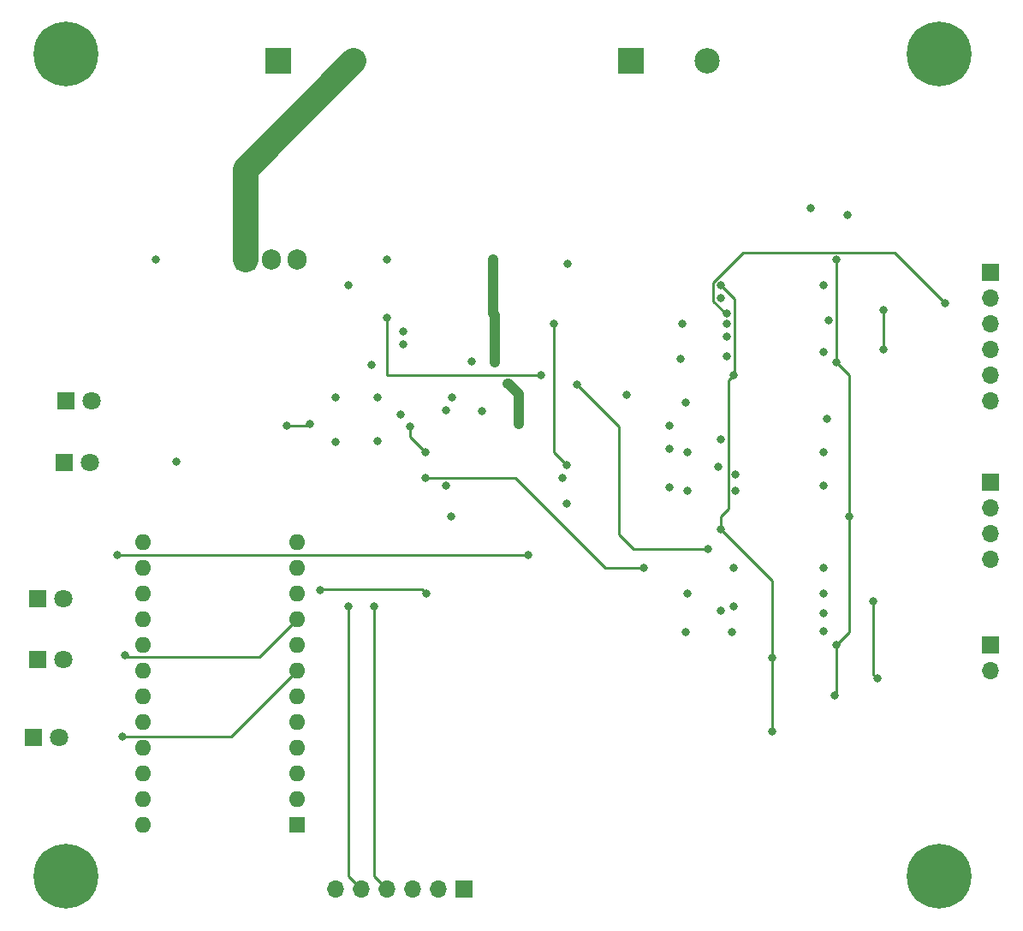
<source format=gbr>
%TF.GenerationSoftware,KiCad,Pcbnew,7.0.9-7.0.9~ubuntu22.04.1*%
%TF.CreationDate,2023-12-14T14:13:46-05:00*%
%TF.ProjectId,monitor_board,6d6f6e69-746f-4725-9f62-6f6172642e6b,rev?*%
%TF.SameCoordinates,Original*%
%TF.FileFunction,Copper,L4,Bot*%
%TF.FilePolarity,Positive*%
%FSLAX46Y46*%
G04 Gerber Fmt 4.6, Leading zero omitted, Abs format (unit mm)*
G04 Created by KiCad (PCBNEW 7.0.9-7.0.9~ubuntu22.04.1) date 2023-12-14 14:13:46*
%MOMM*%
%LPD*%
G01*
G04 APERTURE LIST*
%TA.AperFunction,ComponentPad*%
%ADD10R,1.800000X1.800000*%
%TD*%
%TA.AperFunction,ComponentPad*%
%ADD11C,1.800000*%
%TD*%
%TA.AperFunction,ComponentPad*%
%ADD12C,6.400000*%
%TD*%
%TA.AperFunction,ComponentPad*%
%ADD13R,1.700000X1.700000*%
%TD*%
%TA.AperFunction,ComponentPad*%
%ADD14O,1.700000X1.700000*%
%TD*%
%TA.AperFunction,ComponentPad*%
%ADD15R,1.905000X2.000000*%
%TD*%
%TA.AperFunction,ComponentPad*%
%ADD16O,1.905000X2.000000*%
%TD*%
%TA.AperFunction,ComponentPad*%
%ADD17R,2.500000X2.500000*%
%TD*%
%TA.AperFunction,ComponentPad*%
%ADD18C,2.500000*%
%TD*%
%TA.AperFunction,ComponentPad*%
%ADD19R,1.600000X1.600000*%
%TD*%
%TA.AperFunction,ComponentPad*%
%ADD20O,1.600000X1.600000*%
%TD*%
%TA.AperFunction,ViaPad*%
%ADD21C,0.800000*%
%TD*%
%TA.AperFunction,Conductor*%
%ADD22C,0.250000*%
%TD*%
%TA.AperFunction,Conductor*%
%ADD23C,1.016000*%
%TD*%
%TA.AperFunction,Conductor*%
%ADD24C,2.540000*%
%TD*%
G04 APERTURE END LIST*
D10*
%TO.P,LED3,1,K*%
%TO.N,GND*%
X37841000Y-92837000D03*
D11*
%TO.P,LED3,2,A*%
%TO.N,Net-(LED3-A)*%
X40381000Y-92837000D03*
%TD*%
D10*
%TO.P,5V1,1,K*%
%TO.N,GND*%
X40513000Y-73406000D03*
D11*
%TO.P,5V1,2,A*%
%TO.N,Net-(5V1-A)*%
X43053000Y-73406000D03*
%TD*%
D12*
%TO.P,H8,1,1*%
%TO.N,unconnected-(H8-Pad1)*%
X127000000Y-114300000D03*
%TD*%
D10*
%TO.P,LED2,1,K*%
%TO.N,GND*%
X37460000Y-100584000D03*
D11*
%TO.P,LED2,2,A*%
%TO.N,Net-(LED2-A)*%
X40000000Y-100584000D03*
%TD*%
D13*
%TO.P,J6,1,Pin_1*%
%TO.N,GND*%
X80010000Y-115570000D03*
D14*
%TO.P,J6,2,Pin_2*%
%TO.N,unconnected-(J6-Pin_2-Pad2)*%
X77470000Y-115570000D03*
%TO.P,J6,3,Pin_3*%
%TO.N,unconnected-(J6-Pin_3-Pad3)*%
X74930000Y-115570000D03*
%TO.P,J6,4,Pin_4*%
%TO.N,/RX*%
X72390000Y-115570000D03*
%TO.P,J6,5,Pin_5*%
%TO.N,/TX*%
X69850000Y-115570000D03*
%TO.P,J6,6,Pin_6*%
%TO.N,unconnected-(J6-Pin_6-Pad6)*%
X67310000Y-115570000D03*
%TD*%
D10*
%TO.P,LED1,1,K*%
%TO.N,GND*%
X37846000Y-86868000D03*
D11*
%TO.P,LED1,2,A*%
%TO.N,Net-(LED1-A)*%
X40386000Y-86868000D03*
%TD*%
D12*
%TO.P,H6,1,1*%
%TO.N,unconnected-(H6-Pad1)*%
X127000000Y-33020000D03*
%TD*%
D10*
%TO.P,12V1,1,K*%
%TO.N,GND*%
X40640000Y-67310000D03*
D11*
%TO.P,12V1,2,A*%
%TO.N,Net-(12V1-A)*%
X43180000Y-67310000D03*
%TD*%
D13*
%TO.P,J1,1,Pin_1*%
%TO.N,/ADC6*%
X132080000Y-75311000D03*
D14*
%TO.P,J1,2,Pin_2*%
%TO.N,/ADC7*%
X132080000Y-77851000D03*
%TO.P,J1,3,Pin_3*%
%TO.N,/ADC8*%
X132080000Y-80391000D03*
%TO.P,J1,4,Pin_4*%
%TO.N,GND*%
X132080000Y-82931000D03*
%TD*%
D15*
%TO.P,U3,1,VI*%
%TO.N,+12V*%
X58420000Y-53340000D03*
D16*
%TO.P,U3,2,GND*%
%TO.N,GND*%
X60960000Y-53340000D03*
%TO.P,U3,3,VO*%
%TO.N,+5V*%
X63500000Y-53340000D03*
%TD*%
D17*
%TO.P,J2,1,Pin_1*%
%TO.N,GND*%
X96580000Y-33655000D03*
D18*
%TO.P,J2,2,Pin_2*%
%TO.N,Net-(J2-Pin_2)*%
X104080000Y-33655000D03*
%TD*%
D13*
%TO.P,J5,1,Pin_1*%
%TO.N,GND*%
X132080000Y-91440000D03*
D14*
%TO.P,J5,2,Pin_2*%
%TO.N,/ADC10*%
X132080000Y-93980000D03*
%TD*%
D19*
%TO.P,A1,1,D1/TX*%
%TO.N,unconnected-(A1-D1{slash}TX-Pad1)*%
X63505000Y-109225000D03*
D20*
%TO.P,A1,2,D0/RX*%
%TO.N,unconnected-(A1-D0{slash}RX-Pad2)*%
X63505000Y-106685000D03*
%TO.P,A1,3,GND*%
%TO.N,unconnected-(A1-GND-Pad3)*%
X63505000Y-104145000D03*
%TO.P,A1,4,GND*%
%TO.N,GND*%
X63505000Y-101605000D03*
%TO.P,A1,5,D2*%
%TO.N,/SDA{slash}D2*%
X63505000Y-99065000D03*
%TO.P,A1,6,D3*%
%TO.N,/SCL{slash}D3*%
X63505000Y-96525000D03*
%TO.P,A1,7,D4*%
%TO.N,Net-(A1-D4)*%
X63505000Y-93985000D03*
%TO.P,A1,8,D5*%
%TO.N,/CH_A*%
X63505000Y-91445000D03*
%TO.P,A1,9,D6*%
%TO.N,Net-(A1-D6)*%
X63505000Y-88905000D03*
%TO.P,A1,10,D7*%
%TO.N,Net-(A1-D7)*%
X63505000Y-86365000D03*
%TO.P,A1,11,D8*%
%TO.N,/TX*%
X63505000Y-83825000D03*
%TO.P,A1,12,D9*%
%TO.N,/RX*%
X63505000Y-81285000D03*
%TO.P,A1,13,D10*%
%TO.N,unconnected-(A1-D10-Pad13)*%
X48265000Y-81285000D03*
%TO.P,A1,14,D16*%
%TO.N,/IN_ADR*%
X48265000Y-83825000D03*
%TO.P,A1,15,D14*%
%TO.N,Net-(A1-D14)*%
X48265000Y-86365000D03*
%TO.P,A1,16,D15*%
%TO.N,unconnected-(A1-D15-Pad16)*%
X48265000Y-88905000D03*
%TO.P,A1,17,A0*%
%TO.N,unconnected-(A1-A0-Pad17)*%
X48265000Y-91445000D03*
%TO.P,A1,18,A1*%
%TO.N,unconnected-(A1-A1-Pad18)*%
X48265000Y-93985000D03*
%TO.P,A1,19,A2*%
%TO.N,unconnected-(A1-A2-Pad19)*%
X48265000Y-96525000D03*
%TO.P,A1,20,A3*%
%TO.N,unconnected-(A1-A3-Pad20)*%
X48265000Y-99065000D03*
%TO.P,A1,21,+5V*%
%TO.N,+5V*%
X48265000Y-101605000D03*
%TO.P,A1,22,~{RESET}*%
%TO.N,unconnected-(A1-~{RESET}-Pad22)*%
X48265000Y-104145000D03*
%TO.P,A1,23,GND*%
%TO.N,GND*%
X48265000Y-106685000D03*
%TO.P,A1,24*%
%TO.N,N/C*%
X48265000Y-109225000D03*
%TD*%
D17*
%TO.P,J4,1,Pin_1*%
%TO.N,GND*%
X61655000Y-33655000D03*
D18*
%TO.P,J4,2,Pin_2*%
%TO.N,+12V*%
X69155000Y-33655000D03*
%TD*%
D12*
%TO.P,H5,1,1*%
%TO.N,unconnected-(H5-Pad1)*%
X40640000Y-33020000D03*
%TD*%
%TO.P,H7,1,1*%
%TO.N,unconnected-(H7-Pad1)*%
X40640000Y-114300000D03*
%TD*%
D13*
%TO.P,J3,1,Pin_1*%
%TO.N,/ADC0*%
X132080000Y-54610000D03*
D14*
%TO.P,J3,2,Pin_2*%
%TO.N,/ADC1*%
X132080000Y-57150000D03*
%TO.P,J3,3,Pin_3*%
%TO.N,/ADC2*%
X132080000Y-59690000D03*
%TO.P,J3,4,Pin_4*%
%TO.N,/ADC3*%
X132080000Y-62230000D03*
%TO.P,J3,5,Pin_5*%
%TO.N,/ADC4*%
X132080000Y-64770000D03*
%TO.P,J3,6,Pin_6*%
%TO.N,/ADC5*%
X132080000Y-67310000D03*
%TD*%
D21*
%TO.N,/SDA{slash}D2*%
X110490000Y-99949000D03*
%TO.N,/ADC10*%
X120523000Y-87085000D03*
X120904000Y-94742000D03*
%TO.N,/SCL{slash}D3*%
X116713000Y-96393000D03*
%TO.N,GND*%
X78232000Y-68199000D03*
X101981000Y-90170000D03*
X102108000Y-76200000D03*
X101600000Y-59690000D03*
X100330000Y-75819000D03*
X115570000Y-90043000D03*
X89789000Y-74930000D03*
X115570000Y-86360000D03*
X106045500Y-60960000D03*
X116115500Y-59309000D03*
X72390000Y-53340000D03*
X90297000Y-53721000D03*
X90170000Y-77470000D03*
X71501000Y-71247000D03*
X105410000Y-71120000D03*
X115570000Y-55880000D03*
X100330000Y-72009000D03*
X115570000Y-72390000D03*
X78232000Y-75654500D03*
X106680000Y-83820000D03*
X101473000Y-63119000D03*
X81847201Y-68258201D03*
X67310000Y-66929000D03*
X106896500Y-74549000D03*
X67310000Y-71374000D03*
X115570000Y-62484000D03*
X105410000Y-57150000D03*
X101981000Y-67437000D03*
X115570000Y-83820000D03*
X115951000Y-69088000D03*
X106680000Y-87630000D03*
X102108000Y-72390000D03*
X102108000Y-86360000D03*
X80772000Y-63373000D03*
X115570000Y-75692000D03*
X74041000Y-61722000D03*
X49530000Y-53340000D03*
%TO.N,/SDA{slash}D2*%
X106680000Y-64770000D03*
X64792945Y-69558094D03*
X105410000Y-80010000D03*
X110490000Y-92710000D03*
X105410000Y-55880000D03*
X62484000Y-69723000D03*
%TO.N,/SCL{slash}D3*%
X118110000Y-78740000D03*
X116840000Y-53340000D03*
X116840000Y-91440000D03*
X116840000Y-63500000D03*
%TO.N,Net-(A1-D4)*%
X46228000Y-100457000D03*
%TO.N,Net-(A1-D6)*%
X46482000Y-92456000D03*
%TO.N,Net-(A1-D7)*%
X65786000Y-85979000D03*
X76327000Y-86360000D03*
%TO.N,/TX*%
X68580000Y-87630000D03*
%TO.N,/RX*%
X71120000Y-87630000D03*
%TO.N,/IN_ADR*%
X45720000Y-82550000D03*
X86360000Y-82550000D03*
%TO.N,+5V*%
X106896500Y-76200000D03*
X78867000Y-66929000D03*
X74041000Y-60452000D03*
X96139000Y-66675000D03*
X73758180Y-68647500D03*
X106045000Y-59690000D03*
X105156000Y-73787000D03*
X78740000Y-78740000D03*
X106045000Y-62865000D03*
X117983000Y-48895000D03*
X105410000Y-88011000D03*
X71501000Y-66928998D03*
X114300000Y-48260000D03*
X106553000Y-90170000D03*
X51562000Y-73279000D03*
X100330000Y-69723000D03*
X70866000Y-63754000D03*
X68580000Y-55880000D03*
X115570000Y-88265000D03*
%TO.N,+12V*%
X84328000Y-65494500D03*
X83058000Y-58801000D03*
X82931000Y-53340000D03*
X85471000Y-69596000D03*
X83058000Y-63500000D03*
%TO.N,/ADC1*%
X127635000Y-57658000D03*
X106045500Y-58674000D03*
%TO.N,/ADC3*%
X121539000Y-62230000D03*
X121539000Y-58293000D03*
%TO.N,Net-(Q1-G)*%
X88900000Y-59690000D03*
X90170000Y-73660000D03*
%TO.N,Net-(U4--)*%
X76200000Y-72390000D03*
X74676000Y-69850000D03*
%TO.N,/ADC9*%
X76200000Y-74930000D03*
X97790000Y-83820000D03*
%TO.N,/ADC11*%
X87630000Y-64770000D03*
X104140000Y-81915000D03*
X91186000Y-65659000D03*
X72390000Y-59055000D03*
%TD*%
D22*
%TO.N,/SDA{slash}D2*%
X110490000Y-99949000D02*
X110490000Y-92710000D01*
%TO.N,/ADC10*%
X120904000Y-94742000D02*
X120523000Y-94361000D01*
X120523000Y-94361000D02*
X120523000Y-87085000D01*
%TO.N,/SCL{slash}D3*%
X116713000Y-96393000D02*
X116840000Y-96266000D01*
X116840000Y-96266000D02*
X116840000Y-91440000D01*
%TO.N,/SDA{slash}D2*%
X110490000Y-85090000D02*
X110490000Y-92710000D01*
X64628039Y-69723000D02*
X64792945Y-69558094D01*
X62484000Y-69723000D02*
X64628039Y-69723000D01*
X105410000Y-80010000D02*
X110490000Y-85090000D01*
X106770000Y-64680000D02*
X106680000Y-64770000D01*
X105410000Y-55880000D02*
X106770000Y-57240000D01*
X106770000Y-57240000D02*
X106770000Y-64680000D01*
X106172000Y-65278000D02*
X106172000Y-77978000D01*
X105410000Y-78740000D02*
X105410000Y-80010000D01*
X106172000Y-77978000D02*
X105410000Y-78740000D01*
X106680000Y-64770000D02*
X106172000Y-65278000D01*
%TO.N,/SCL{slash}D3*%
X118110000Y-78740000D02*
X118110000Y-90170000D01*
X118110000Y-64770000D02*
X118110000Y-78740000D01*
X118110000Y-90170000D02*
X116840000Y-91440000D01*
X116840000Y-63500000D02*
X118110000Y-64770000D01*
X116840000Y-53340000D02*
X116840000Y-63500000D01*
%TO.N,Net-(A1-D4)*%
X62090000Y-95400000D02*
X57033000Y-100457000D01*
X57033000Y-100457000D02*
X46228000Y-100457000D01*
X63505000Y-93985000D02*
X62090000Y-95400000D01*
%TO.N,Net-(A1-D6)*%
X46596000Y-92570000D02*
X46482000Y-92456000D01*
X59840000Y-92570000D02*
X46596000Y-92570000D01*
X63505000Y-88905000D02*
X59840000Y-92570000D01*
%TO.N,Net-(A1-D7)*%
X76327000Y-86360000D02*
X75877000Y-85910000D01*
X65855000Y-85910000D02*
X65786000Y-85979000D01*
X75877000Y-85910000D02*
X65855000Y-85910000D01*
%TO.N,/TX*%
X68580000Y-114300000D02*
X69850000Y-115570000D01*
X68580000Y-87630000D02*
X68580000Y-114300000D01*
%TO.N,/RX*%
X71120000Y-114300000D02*
X72390000Y-115570000D01*
X71120000Y-87630000D02*
X71120000Y-114300000D01*
%TO.N,/IN_ADR*%
X86360000Y-82550000D02*
X45720000Y-82550000D01*
D23*
%TO.N,+12V*%
X85471000Y-66637500D02*
X84436500Y-65603000D01*
X85471000Y-69596000D02*
X85471000Y-66637500D01*
D24*
X58420000Y-44390000D02*
X58420000Y-53340000D01*
D23*
X82931000Y-58674000D02*
X83058000Y-58801000D01*
X82931000Y-53340000D02*
X82931000Y-58674000D01*
X83058000Y-58801000D02*
X83058000Y-63500000D01*
X84436500Y-65603000D02*
X84328000Y-65603000D01*
D24*
X69155000Y-33655000D02*
X58420000Y-44390000D01*
D22*
%TO.N,/ADC1*%
X122592000Y-52615000D02*
X127635000Y-57658000D01*
X107649695Y-52615000D02*
X122592000Y-52615000D01*
X104685000Y-55579695D02*
X107649695Y-52615000D01*
X104685000Y-57450305D02*
X104685000Y-55579695D01*
X105908695Y-58674000D02*
X104685000Y-57450305D01*
X106045500Y-58674000D02*
X105908695Y-58674000D01*
%TO.N,/ADC3*%
X121539000Y-58293000D02*
X121539000Y-62230000D01*
%TO.N,Net-(Q1-G)*%
X88900000Y-72390000D02*
X90170000Y-73660000D01*
X88900000Y-59690000D02*
X88900000Y-72390000D01*
%TO.N,Net-(U4--)*%
X74676000Y-69850000D02*
X74676000Y-70866000D01*
X74676000Y-70866000D02*
X76200000Y-72390000D01*
%TO.N,/ADC9*%
X93980000Y-83820000D02*
X97790000Y-83820000D01*
X85090000Y-74930000D02*
X93980000Y-83820000D01*
X76200000Y-74930000D02*
X85090000Y-74930000D01*
%TO.N,/ADC11*%
X95377000Y-80518000D02*
X96774000Y-81915000D01*
X91186000Y-65659000D02*
X95377000Y-69850000D01*
X96774000Y-81915000D02*
X104140000Y-81915000D01*
X72390000Y-64770000D02*
X87630000Y-64770000D01*
X95377000Y-69850000D02*
X95377000Y-80518000D01*
X72390000Y-59055000D02*
X72390000Y-64770000D01*
%TD*%
M02*

</source>
